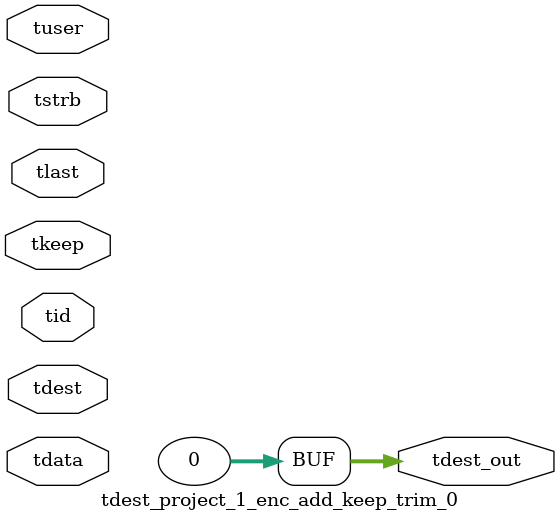
<source format=v>


`timescale 1ps/1ps

module tdest_project_1_enc_add_keep_trim_0 #
(
parameter C_S_AXIS_TDATA_WIDTH = 32,
parameter C_S_AXIS_TUSER_WIDTH = 0,
parameter C_S_AXIS_TID_WIDTH   = 0,
parameter C_S_AXIS_TDEST_WIDTH = 0,
parameter C_M_AXIS_TDEST_WIDTH = 32
)
(
input  [(C_S_AXIS_TDATA_WIDTH == 0 ? 1 : C_S_AXIS_TDATA_WIDTH)-1:0     ] tdata,
input  [(C_S_AXIS_TUSER_WIDTH == 0 ? 1 : C_S_AXIS_TUSER_WIDTH)-1:0     ] tuser,
input  [(C_S_AXIS_TID_WIDTH   == 0 ? 1 : C_S_AXIS_TID_WIDTH)-1:0       ] tid,
input  [(C_S_AXIS_TDEST_WIDTH == 0 ? 1 : C_S_AXIS_TDEST_WIDTH)-1:0     ] tdest,
input  [(C_S_AXIS_TDATA_WIDTH/8)-1:0 ] tkeep,
input  [(C_S_AXIS_TDATA_WIDTH/8)-1:0 ] tstrb,
input                                                                    tlast,
output [C_M_AXIS_TDEST_WIDTH-1:0] tdest_out
);

assign tdest_out = {1'b0};

endmodule


</source>
